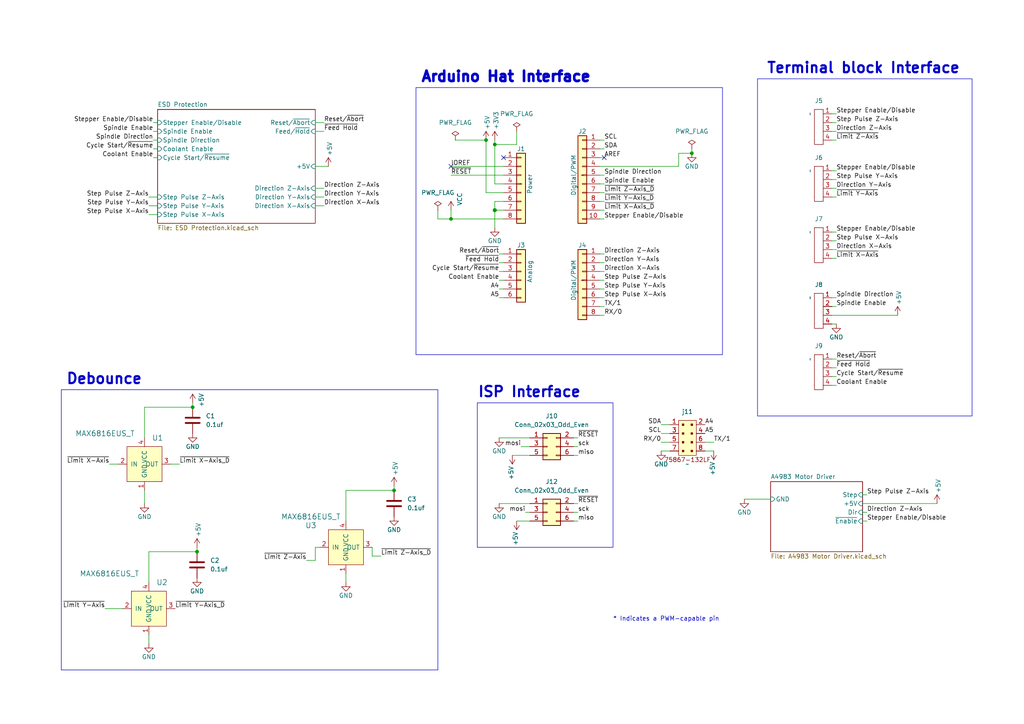
<source format=kicad_sch>
(kicad_sch (version 20230121) (generator eeschema)
  (paper "A4")
  (title_block (date "mar. 31 mars 2015"))
  (lib_symbols
    (symbol "Connector_Generic:Conn_01x06" (pin_names (offset 1.016) hide)
      (property "Reference" "J" (at 0 7.62 0))
      (property "Value" "Conn_01x06" (at 0 -10.16 0))
      (symbol "Conn_01x06_1_1"
        (rectangle (start -1.27 -7.493) (end 0 -7.747) (stroke (width 0.1524)))
        (rectangle (start -1.27 -4.953) (end 0 -5.207) (stroke (width 0.1524)))
        (rectangle (start -1.27 -2.413) (end 0 -2.667) (stroke (width 0.1524)))
        (rectangle (start -1.27 0.127) (end 0 -0.127) (stroke (width 0.1524)))
        (rectangle (start -1.27 2.667) (end 0 2.413) (stroke (width 0.1524)))
        (rectangle (start -1.27 5.207) (end 0 4.953) (stroke (width 0.1524)))
        (rectangle (start -1.27 6.35) (end 1.27 -8.89) (stroke (width 0.254)) (fill (type background)))
        (pin passive line (at -5.08 5.08 0) (length 3.81) (name "Pin_1") (number "1"))
        (pin passive line (at -5.08 2.54 0) (length 3.81) (name "Pin_2") (number "2"))
        (pin passive line (at -5.08 0 0) (length 3.81) (name "Pin_3") (number "3"))
        (pin passive line (at -5.08 -2.54 0) (length 3.81) (name "Pin_4") (number "4"))
        (pin passive line (at -5.08 -5.08 0) (length 3.81) (name "Pin_5") (number "5"))
        (pin passive line (at -5.08 -7.62 0) (length 3.81) (name "Pin_6") (number "6"))
      )
    )
    (symbol "Connector_Generic:Conn_01x08" (pin_names (offset 1.016) hide)
      (property "Reference" "J" (at 0 10.16 0))
      (property "Value" "Conn_01x08" (at 0 -12.7 0))
      (symbol "Conn_01x08_1_1"
        (rectangle (start -1.27 -10.033) (end 0 -10.287) (stroke (width 0.1524)))
        (rectangle (start -1.27 -7.493) (end 0 -7.747) (stroke (width 0.1524)))
        (rectangle (start -1.27 -4.953) (end 0 -5.207) (stroke (width 0.1524)))
        (rectangle (start -1.27 -2.413) (end 0 -2.667) (stroke (width 0.1524)))
        (rectangle (start -1.27 0.127) (end 0 -0.127) (stroke (width 0.1524)))
        (rectangle (start -1.27 2.667) (end 0 2.413) (stroke (width 0.1524)))
        (rectangle (start -1.27 5.207) (end 0 4.953) (stroke (width 0.1524)))
        (rectangle (start -1.27 7.747) (end 0 7.493) (stroke (width 0.1524)))
        (rectangle (start -1.27 8.89) (end 1.27 -11.43) (stroke (width 0.254)) (fill (type background)))
        (pin passive line (at -5.08 7.62 0) (length 3.81) (name "Pin_1") (number "1"))
        (pin passive line (at -5.08 5.08 0) (length 3.81) (name "Pin_2") (number "2"))
        (pin passive line (at -5.08 2.54 0) (length 3.81) (name "Pin_3") (number "3"))
        (pin passive line (at -5.08 0 0) (length 3.81) (name "Pin_4") (number "4"))
        (pin passive line (at -5.08 -2.54 0) (length 3.81) (name "Pin_5") (number "5"))
        (pin passive line (at -5.08 -5.08 0) (length 3.81) (name "Pin_6") (number "6"))
        (pin passive line (at -5.08 -7.62 0) (length 3.81) (name "Pin_7") (number "7"))
        (pin passive line (at -5.08 -10.16 0) (length 3.81) (name "Pin_8") (number "8"))
      )
    )
    (symbol "Connector_Generic:Conn_01x10" (pin_names (offset 1.016) hide)
      (property "Reference" "J" (at 0 12.7 0))
      (property "Value" "Conn_01x10" (at 0 -15.24 0))
      (symbol "Conn_01x10_1_1"
        (rectangle (start -1.27 -12.573) (end 0 -12.827) (stroke (width 0.1524)))
        (rectangle (start -1.27 -10.033) (end 0 -10.287) (stroke (width 0.1524)))
        (rectangle (start -1.27 -7.493) (end 0 -7.747) (stroke (width 0.1524)))
        (rectangle (start -1.27 -4.953) (end 0 -5.207) (stroke (width 0.1524)))
        (rectangle (start -1.27 -2.413) (end 0 -2.667) (stroke (width 0.1524)))
        (rectangle (start -1.27 0.127) (end 0 -0.127) (stroke (width 0.1524)))
        (rectangle (start -1.27 2.667) (end 0 2.413) (stroke (width 0.1524)))
        (rectangle (start -1.27 5.207) (end 0 4.953) (stroke (width 0.1524)))
        (rectangle (start -1.27 7.747) (end 0 7.493) (stroke (width 0.1524)))
        (rectangle (start -1.27 10.287) (end 0 10.033) (stroke (width 0.1524)))
        (rectangle (start -1.27 11.43) (end 1.27 -13.97) (stroke (width 0.254)) (fill (type background)))
        (pin passive line (at -5.08 10.16 0) (length 3.81) (name "Pin_1") (number "1"))
        (pin passive line (at -5.08 -12.7 0) (length 3.81) (name "Pin_10") (number "10"))
        (pin passive line (at -5.08 7.62 0) (length 3.81) (name "Pin_2") (number "2"))
        (pin passive line (at -5.08 5.08 0) (length 3.81) (name "Pin_3") (number "3"))
        (pin passive line (at -5.08 2.54 0) (length 3.81) (name "Pin_4") (number "4"))
        (pin passive line (at -5.08 0 0) (length 3.81) (name "Pin_5") (number "5"))
        (pin passive line (at -5.08 -2.54 0) (length 3.81) (name "Pin_6") (number "6"))
        (pin passive line (at -5.08 -5.08 0) (length 3.81) (name "Pin_7") (number "7"))
        (pin passive line (at -5.08 -7.62 0) (length 3.81) (name "Pin_8") (number "8"))
        (pin passive line (at -5.08 -10.16 0) (length 3.81) (name "Pin_9") (number "9"))
      )
    )
    (symbol "Connector_Generic:Conn_02x03_Odd_Even" (pin_names (offset 1.016) hide)
      (property "Reference" "J" (at 1.27 5.08 0))
      (property "Value" "Conn_02x03_Odd_Even" (at 1.27 -5.08 0))
      (symbol "Conn_02x03_Odd_Even_1_1"
        (rectangle (start -1.27 -2.413) (end 0 -2.667) (stroke (width 0.1524)))
        (rectangle (start -1.27 0.127) (end 0 -0.127) (stroke (width 0.1524)))
        (rectangle (start -1.27 2.667) (end 0 2.413) (stroke (width 0.1524)))
        (rectangle (start -1.27 3.81) (end 3.81 -3.81) (stroke (width 0.254)) (fill (type background)))
        (rectangle (start 3.81 -2.413) (end 2.54 -2.667) (stroke (width 0.1524)))
        (rectangle (start 3.81 0.127) (end 2.54 -0.127) (stroke (width 0.1524)))
        (rectangle (start 3.81 2.667) (end 2.54 2.413) (stroke (width 0.1524)))
        (pin passive line (at -5.08 2.54 0) (length 3.81) (name "Pin_1") (number "1"))
        (pin passive line (at 7.62 2.54 180) (length 3.81) (name "Pin_2") (number "2"))
        (pin passive line (at -5.08 0 0) (length 3.81) (name "Pin_3") (number "3"))
        (pin passive line (at 7.62 0 180) (length 3.81) (name "Pin_4") (number "4"))
        (pin passive line (at -5.08 -2.54 0) (length 3.81) (name "Pin_5") (number "5"))
        (pin passive line (at 7.62 -2.54 180) (length 3.81) (name "Pin_6") (number "6"))
      )
    )
    (symbol "Device:C" (pin_numbers hide) (pin_names (offset 0.254))
      (property "Reference" "C" (at 0.635 2.54 0))
      (property "Value" "C" (at 0.635 -2.54 0))
      (symbol "C_0_1"
        (polyline (pts (xy -2.032 -0.762) (xy 2.032 -0.762)) (stroke (width 0.508)))
        (polyline (pts (xy -2.032 0.762) (xy 2.032 0.762)) (stroke (width 0.508)))
      )
      (symbol "C_1_1"
        (pin passive line (at 0 3.81 270) (length 2.794) (name "~") (number "1"))
        (pin passive line (at 0 -3.81 90) (length 2.794) (name "~") (number "2"))
      )
    )
    (symbol "dk_Interface-Specialized:MAX6816EUS_T" (pin_names (offset 1.016))
      (property "Reference" "U" (at -5.08 1.016 0))
      (property "Value" "MAX6816EUS_T" (at 0.762 -11.176 0))
      (symbol "MAX6816EUS_T_0_1"
        (rectangle (start -5.08 0) (end 5.08 -10.16) (fill (type background)))
      )
      (symbol "MAX6816EUS_T_1_1"
        (pin power_in line (at 0 -12.7 90) (length 2.54) (name "GND") (number "1"))
        (pin input line (at -7.62 -5.08 0) (length 2.54) (name "IN") (number "2"))
        (pin output line (at 7.62 -5.08 180) (length 2.54) (name "OUT") (number "3"))
        (pin power_in line (at 0 2.54 270) (length 2.54) (name "VCC") (number "4"))
      )
    )
    (symbol "dk_Rectangular-Connectors-Headers-Male-Pins:75867-132LF"
      (property "Reference" "j" (at -2.54 7.62 0))
      (symbol "75867-132LF_0_0"
        (text "75867-132LF" (at 0 -6.35 0) (effects (font (size 1.27 1.27))))
      )
      (symbol "75867-132LF_1_1"
        (rectangle (start -2.54 5.08) (end 2.54 -5.08) (fill (type background)))
        (rectangle (start -1.524 -3.556) (end -1.016 -4.064) (fill (type outline)))
        (rectangle (start -1.524 -1.016) (end -1.016 -1.524) (fill (type outline)))
        (rectangle (start -1.524 1.524) (end -1.016 1.016) (fill (type outline)))
        (rectangle (start -1.524 4.064) (end -1.016 3.556) (fill (type outline)))
        (rectangle (start 1.016 -3.556) (end 1.524 -4.064) (fill (type outline)))
        (rectangle (start 1.016 -1.016) (end 1.524 -1.524) (fill (type outline)))
        (rectangle (start 1.016 1.524) (end 1.524 1.016) (fill (type outline)))
        (rectangle (start 1.016 4.064) (end 1.524 3.556) (fill (type outline)))
        (pin passive line (at -5.08 3.81 0) (length 2.54) (name "~") (number "1"))
        (pin passive line (at 5.08 3.81 180) (length 2.54) (name "~") (number "2"))
        (pin passive line (at -5.08 1.27 0) (length 2.54) (name "~") (number "3"))
        (pin passive line (at 5.08 1.27 180) (length 2.54) (name "~") (number "4"))
        (pin passive line (at -5.08 -1.27 0) (length 2.54) (name "~") (number "5"))
        (pin passive line (at 5.08 -1.27 180) (length 2.54) (name "~") (number "6"))
        (pin passive line (at -5.08 -3.81 0) (length 2.54) (name "~") (number "7"))
        (pin passive line (at 5.08 -3.81 180) (length 2.54) (name "~") (number "8"))
      )
    )
    (symbol "dk_Terminal-Blocks-Wire-to-Board:OSTOQ043251"
      (property "Reference" "J" (at -3.81 -2.54 0))
      (symbol "OSTOQ043251_0_1"
        (rectangle (start -5.08 1.27) (end -5.08 -1.27))
        (rectangle (start -5.08 1.27) (end 3.81 1.27))
        (polyline (pts (xy 3.81 1.27) (xy 5.08 1.27) (xy 5.08 -1.27) (xy 3.81 -1.27)))
      )
      (symbol "OSTOQ043251_1_1"
        (rectangle (start -5.08 -1.27) (end 3.81 -1.27))
        (pin passive line (at -3.81 3.81 270) (length 2.54) (name "") (number "1"))
        (pin passive line (at -1.27 3.81 270) (length 2.54) (name "") (number "2"))
        (pin passive line (at 1.27 3.81 270) (length 2.54) (name "") (number "3"))
        (pin passive line (at 3.81 3.81 270) (length 2.54) (name "") (number "4"))
      )
    )
    (symbol "power:+3V3" (power) (pin_names (offset 0))
      (property "Value" "+3V3" (at 0 3.556 0))
      (symbol "+3V3_0_1"
        (polyline (pts (xy -0.762 1.27) (xy 0 2.54)))
        (polyline (pts (xy 0 0) (xy 0 2.54)))
        (polyline (pts (xy 0 2.54) (xy 0.762 1.27)))
      )
      (symbol "+3V3_1_1"
        (pin power_in line (at 0 0 90) (length 0) hide (name "+3V3") (number "1"))
      )
    )
    (symbol "power:+5V" (power) (pin_names (offset 0))
      (property "Value" "+5V" (at 0 3.556 0))
      (symbol "+5V_0_1"
        (polyline (pts (xy -0.762 1.27) (xy 0 2.54)))
        (polyline (pts (xy 0 0) (xy 0 2.54)))
        (polyline (pts (xy 0 2.54) (xy 0.762 1.27)))
      )
      (symbol "+5V_1_1"
        (pin power_in line (at 0 0 90) (length 0) hide (name "+5V") (number "1"))
      )
    )
    (symbol "power:GND" (power) (pin_names (offset 0))
      (property "Value" "GND" (at 0 -3.81 0))
      (symbol "GND_0_1"
        (polyline (pts (xy 0 0) (xy 0 -1.27) (xy 1.27 -1.27) (xy 0 -2.54) (xy -1.27 -1.27) (xy 0 -1.27)))
      )
      (symbol "GND_1_1"
        (pin power_in line (at 0 0 270) (length 0) hide (name "GND") (number "1"))
      )
    )
    (symbol "power:PWR_FLAG" (power) (pin_numbers hide) (pin_names (offset 0) hide)
      (property "Value" "PWR_FLAG" (at 0 3.81 0))
      (symbol "PWR_FLAG_0_0"
        (pin power_out line (at 0 0 90) (length 0) (name "pwr") (number "1"))
      )
      (symbol "PWR_FLAG_0_1"
        (polyline (pts (xy 0 0) (xy 0 1.27) (xy -1.016 1.905) (xy 0 2.54) (xy 1.016 1.905) (xy 0 1.27)))
      )
    )
    (symbol "power:VCC" (power) (pin_names (offset 0))
      (property "Value" "VCC" (at 0 3.81 0))
      (symbol "VCC_0_1"
        (polyline (pts (xy -0.762 1.27) (xy 0 2.54)))
        (polyline (pts (xy 0 0) (xy 0 2.54)))
        (polyline (pts (xy 0 2.54) (xy 0.762 1.27)))
      )
      (symbol "VCC_1_1"
        (pin power_in line (at 0 0 90) (length 0) hide (name "VCC") (number "1"))
      )
    )
  )
  (junction (at 130.81 63.5))
  (junction (at 143.51 60.96) (diameter 1.016))
  (junction (at 55.88 118.11))
  (junction (at 200.66 44.45))
  (junction (at 143.51 41.91))
  (junction (at 140.97 40.64))
  (junction (at 57.15 160.02))
  (junction (at 114.3 142.24))
  (no_connect (at 175.26 45.72))
  (no_connect (at 130.81 48.26))
  (no_connect (at 146.05 45.72))
  (wire (pts (xy 100.33 166.37) (xy 100.33 168.91)))
  (wire (pts (xy 196.85 48.26) (xy 173.99 48.26)))
  (wire (pts (xy 173.99 58.42) (xy 175.26 58.42)))
  (wire (pts (xy 242.57 52.07) (xy 241.3 52.07)))
  (wire (pts (xy 173.99 40.64) (xy 175.26 40.64)))
  (wire (pts (xy 143.51 41.91) (xy 143.51 53.34)))
  (wire (pts (xy 43.18 168.91) (xy 43.18 160.02)))
  (wire (pts (xy 167.64 127) (xy 166.37 127)))
  (wire (pts (xy 44.45 38.1) (xy 45.72 38.1)))
  (wire (pts (xy 173.99 86.36) (xy 175.26 86.36)))
  (wire (pts (xy 200.66 43.18) (xy 200.66 44.45)))
  (wire (pts (xy 215.9 144.78) (xy 223.52 144.78)))
  (wire (pts (xy 93.98 57.15) (xy 91.44 57.15)))
  (wire (pts (xy 143.51 58.42) (xy 143.51 60.96)))
  (wire (pts (xy 173.99 50.8) (xy 175.26 50.8)))
  (wire (pts (xy 250.19 143.51) (xy 251.46 143.51)))
  (wire (pts (xy 127 63.5) (xy 127 60.96)))
  (wire (pts (xy 144.78 86.36) (xy 146.05 86.36)))
  (wire (pts (xy 91.44 54.61) (xy 93.98 54.61)))
  (wire (pts (xy 132.08 40.64) (xy 140.97 40.64)))
  (wire (pts (xy 52.07 134.62) (xy 49.53 134.62)))
  (wire (pts (xy 144.78 127) (xy 153.67 127)))
  (wire (pts (xy 100.33 142.24) (xy 114.3 142.24)))
  (wire (pts (xy 173.99 73.66) (xy 175.26 73.66)))
  (wire (pts (xy 143.51 60.96) (xy 143.51 66.04)))
  (wire (pts (xy 143.51 53.34) (xy 146.05 53.34)))
  (wire (pts (xy 250.19 151.13) (xy 251.46 151.13)))
  (wire (pts (xy 140.97 55.88) (xy 146.05 55.88)))
  (wire (pts (xy 242.57 54.61) (xy 241.3 54.61)))
  (wire (pts (xy 140.97 40.64) (xy 140.97 55.88)))
  (wire (pts (xy 242.57 69.85) (xy 241.3 69.85)))
  (wire (pts (xy 91.44 162.56) (xy 91.44 158.75)))
  (wire (pts (xy 143.51 40.64) (xy 143.51 41.91)))
  (wire (pts (xy 173.99 76.2) (xy 175.26 76.2)))
  (wire (pts (xy 191.77 130.81) (xy 194.31 130.81)))
  (wire (pts (xy 91.44 162.56) (xy 88.9 162.56)))
  (wire (pts (xy 41.91 127) (xy 41.91 118.11)))
  (wire (pts (xy 173.99 53.34) (xy 175.26 53.34)))
  (wire (pts (xy 93.98 59.69) (xy 91.44 59.69)))
  (wire (pts (xy 91.44 35.56) (xy 93.98 35.56)))
  (wire (pts (xy 167.64 132.08) (xy 166.37 132.08)))
  (wire (pts (xy 148.59 132.08) (xy 153.67 132.08)))
  (wire (pts (xy 91.44 38.1) (xy 93.98 38.1)))
  (wire (pts (xy 43.18 184.15) (xy 43.18 186.69)))
  (wire (pts (xy 43.18 160.02) (xy 57.15 160.02)))
  (wire (pts (xy 44.45 35.56) (xy 45.72 35.56)))
  (wire (pts (xy 173.99 60.96) (xy 175.26 60.96)))
  (wire (pts (xy 167.64 151.13) (xy 166.37 151.13)))
  (wire (pts (xy 173.99 91.44) (xy 175.26 91.44)))
  (wire (pts (xy 55.88 118.11) (xy 55.88 116.84)))
  (wire (pts (xy 242.57 86.36) (xy 241.3 86.36)))
  (wire (pts (xy 41.91 142.24) (xy 41.91 146.05)))
  (wire (pts (xy 149.86 41.91) (xy 149.86 38.1)))
  (wire (pts (xy 204.47 130.81) (xy 207.01 130.81)))
  (wire (pts (xy 242.57 88.9) (xy 241.3 88.9)))
  (wire (pts (xy 191.77 125.73) (xy 194.31 125.73)))
  (wire (pts (xy 130.81 48.26) (xy 146.05 48.26)))
  (wire (pts (xy 41.91 118.11) (xy 55.88 118.11)))
  (wire (pts (xy 167.64 129.54) (xy 166.37 129.54)))
  (wire (pts (xy 44.45 45.72) (xy 45.72 45.72)))
  (wire (pts (xy 250.19 148.59) (xy 251.46 148.59)))
  (wire (pts (xy 114.3 142.24) (xy 114.3 140.97)))
  (wire (pts (xy 242.57 106.68) (xy 241.3 106.68)))
  (wire (pts (xy 110.49 161.29) (xy 107.95 161.29)))
  (wire (pts (xy 34.29 134.62) (xy 31.75 134.62)))
  (wire (pts (xy 173.99 45.72) (xy 175.26 45.72)))
  (wire (pts (xy 144.78 73.66) (xy 146.05 73.66)))
  (wire (pts (xy 144.78 146.05) (xy 153.67 146.05)))
  (wire (pts (xy 151.13 129.54) (xy 153.67 129.54)))
  (wire (pts (xy 242.57 49.53) (xy 241.3 49.53)))
  (wire (pts (xy 191.77 128.27) (xy 194.31 128.27)))
  (wire (pts (xy 196.85 44.45) (xy 196.85 48.26)))
  (wire (pts (xy 242.57 111.76) (xy 241.3 111.76)))
  (wire (pts (xy 242.57 40.64) (xy 241.3 40.64)))
  (wire (pts (xy 130.81 50.8) (xy 146.05 50.8)))
  (wire (pts (xy 35.56 176.53) (xy 30.48 176.53)))
  (wire (pts (xy 146.05 60.96) (xy 143.51 60.96)))
  (wire (pts (xy 242.57 72.39) (xy 241.3 72.39)))
  (wire (pts (xy 242.57 38.1) (xy 241.3 38.1)))
  (wire (pts (xy 43.18 59.69) (xy 45.72 59.69)))
  (wire (pts (xy 146.05 63.5) (xy 130.81 63.5)))
  (wire (pts (xy 242.57 35.56) (xy 241.3 35.56)))
  (wire (pts (xy 144.78 76.2) (xy 146.05 76.2)))
  (wire (pts (xy 242.57 74.93) (xy 241.3 74.93)))
  (wire (pts (xy 207.01 128.27) (xy 204.47 128.27)))
  (wire (pts (xy 57.15 160.02) (xy 57.15 158.75)))
  (wire (pts (xy 44.45 40.64) (xy 45.72 40.64)))
  (wire (pts (xy 144.78 78.74) (xy 146.05 78.74)))
  (wire (pts (xy 149.86 151.13) (xy 153.67 151.13)))
  (wire (pts (xy 127 63.5) (xy 130.81 63.5)))
  (wire (pts (xy 173.99 88.9) (xy 175.26 88.9)))
  (wire (pts (xy 196.85 44.45) (xy 200.66 44.45)))
  (wire (pts (xy 242.57 67.31) (xy 241.3 67.31)))
  (wire (pts (xy 191.77 123.19) (xy 194.31 123.19)))
  (wire (pts (xy 146.05 58.42) (xy 143.51 58.42)))
  (wire (pts (xy 173.99 78.74) (xy 175.26 78.74)))
  (wire (pts (xy 260.35 91.44) (xy 241.3 91.44)))
  (wire (pts (xy 173.99 81.28) (xy 175.26 81.28)))
  (wire (pts (xy 242.57 104.14) (xy 241.3 104.14)))
  (wire (pts (xy 152.4 148.59) (xy 153.67 148.59)))
  (wire (pts (xy 241.3 33.02) (xy 242.57 33.02)))
  (wire (pts (xy 144.78 81.28) (xy 146.05 81.28)))
  (wire (pts (xy 143.51 41.91) (xy 149.86 41.91)))
  (wire (pts (xy 242.57 93.98) (xy 241.3 93.98)))
  (wire (pts (xy 167.64 148.59) (xy 166.37 148.59)))
  (wire (pts (xy 175.26 55.88) (xy 173.99 55.88)))
  (wire (pts (xy 100.33 151.13) (xy 100.33 142.24)))
  (wire (pts (xy 250.19 146.05) (xy 271.78 146.05)))
  (wire (pts (xy 43.18 62.23) (xy 45.72 62.23)))
  (wire (pts (xy 44.45 43.18) (xy 45.72 43.18)))
  (wire (pts (xy 173.99 43.18) (xy 175.26 43.18)))
  (wire (pts (xy 91.44 158.75) (xy 92.71 158.75)))
  (wire (pts (xy 107.95 161.29) (xy 107.95 158.75)))
  (wire (pts (xy 242.57 57.15) (xy 241.3 57.15)))
  (wire (pts (xy 173.99 83.82) (xy 175.26 83.82)))
  (wire (pts (xy 130.81 63.5) (xy 130.81 60.96)))
  (wire (pts (xy 91.44 48.26) (xy 95.25 48.26)))
  (wire (pts (xy 167.64 146.05) (xy 166.37 146.05)))
  (wire (pts (xy 242.57 109.22) (xy 241.3 109.22)))
  (wire (pts (xy 146.05 83.82) (xy 144.78 83.82)))
  (wire (pts (xy 43.18 57.15) (xy 45.72 57.15)))
  (wire (pts (xy 173.99 63.5) (xy 175.26 63.5)))
  (rectangle (start 219.71 22.86) (end 281.94 120.65))
  (rectangle (start 138.43 116.84) (end 177.8 158.75))
  (rectangle (start 17.78 113.03) (end 127 194.31))
  (rectangle (start 120.65 25.4) (end 209.55 102.87))
  (text "ISP Interface" (at 138.43 115.57 0) (effects (font (size 3 3) (thickness 0.6) bold) (justify left bottom)))
  (text "Terminal block Interface" (at 222.25 21.59 0) (effects (font (size 3 3) (thickness 0.6) bold) (justify left bottom)))
  (text "Debounce \n" (at 19.05 111.76 0) (effects (font (size 3 3) (thickness 0.6) bold) (justify left bottom)))
  (text "* Indicates a PWM-capable pin" (at 177.8 180.34 0) (effects (font (size 1.27 1.27)) (justify left bottom)))
  (text "Arduino Hat Interface\n" (at 121.92 24.13 0) (effects (font (size 3 3) (thickness 1) bold) (justify left bottom)))
  (label "RX{slash}0" (at 175.26 91.44 0))
  (label "Direction Y-Axis" (at 93.98 57.15 0))
  (label "Spindle Enable" (at 44.45 38.1 180))
  (label "~{Limit Y-Axis}" (at 30.48 176.53 180))
  (label "Cycle Start{slash}~{Resume}" (at 144.78 78.74 180))
  (label "Step Pulse Z-Axis" (at 175.26 81.28 0))
  (label "Direction Z-Axis" (at 242.57 38.1 0))
  (label "Step Pulse Z-Axis" (at 251.46 143.51 0))
  (label "TX{slash}1" (at 207.01 128.27 0))
  (label "Step Pulse X-Axis" (at 175.26 86.36 0))
  (label "Spindle Direction" (at 242.57 86.36 0))
  (label "Coolant Enable" (at 144.78 81.28 180))
  (label "Step Pulse X-Axis" (at 242.57 69.85 0))
  (label "~{Limit Y-Axis_D}" (at 50.8 176.53 0))
  (label "Spindle Direction" (at 175.26 50.8 0))
  (label "miso" (at 167.64 151.13 0))
  (label "Spindle Enable" (at 175.26 53.34 0))
  (label "Step Pulse X-Axis" (at 43.18 62.23 180))
  (label "SCL" (at 191.77 125.73 180))
  (label "~{RESET}" (at 130.81 50.8 0))
  (label "sck" (at 167.64 129.54 0))
  (label "~{Limit X-Axis}" (at 242.57 74.93 0))
  (label "Stepper Enable{slash}Disable" (at 242.57 33.02 0))
  (label "Coolant Enable" (at 242.57 111.76 0))
  (label "~{Limit Y-Axis_D}" (at 175.26 58.42 0))
  (label "Cycle Start{slash}~{Resume}" (at 44.45 43.18 180))
  (label "Direction X-Axis" (at 93.98 59.69 0))
  (label "~{Feed Hold}" (at 93.98 38.1 0))
  (label "mosi" (at 151.13 129.54 180))
  (label "Stepper Enable{slash}Disable" (at 242.57 49.53 0))
  (label "~{Limit Z-Axis}" (at 242.57 40.64 0))
  (label "sck" (at 167.64 148.59 0))
  (label "Step Pulse Y-Axis" (at 43.18 59.69 180))
  (label "Coolant Enable" (at 44.45 45.72 180))
  (label "Cycle Start{slash}~{Resume}" (at 242.57 109.22 0))
  (label "Direction Y-Axis" (at 242.57 54.61 0))
  (label "Direction Z-Axis" (at 175.26 73.66 0))
  (label "SDA" (at 175.26 43.18 0))
  (label "A4" (at 204.47 123.19 0))
  (label "Stepper Enable{slash}Disable" (at 175.26 63.5 0))
  (label "A5" (at 204.47 125.73 0))
  (label "Direction X-Axis" (at 242.57 72.39 0))
  (label "~{Limit X-Axis}" (at 31.75 134.62 180))
  (label "~{Limit Z-Axis_D}" (at 175.26 55.88 0))
  (label "Stepper Enable{slash}Disable" (at 242.57 67.31 0))
  (label "Step Pulse Y-Axis" (at 175.26 83.82 0))
  (label "Spindle Enable" (at 242.57 88.9 0))
  (label "Spindle Direction" (at 44.45 40.64 180))
  (label "~{Feed Hold}" (at 242.57 106.68 0))
  (label "~{Feed Hold}" (at 144.78 76.2 180))
  (label "TX{slash}1" (at 175.26 88.9 0))
  (label "~{Limit X-Axis_D}" (at 52.07 134.62 0))
  (label "~{RESET}" (at 167.64 146.05 0))
  (label "Reset{slash}~{Abort}" (at 144.78 73.66 180))
  (label "AREF" (at 175.26 45.72 0))
  (label "Step Pulse Z-Axis" (at 242.57 35.56 0))
  (label "Direction Y-Axis" (at 175.26 76.2 0))
  (label "mosi" (at 152.4 148.59 180))
  (label "SCL" (at 175.26 40.64 0))
  (label "~{Limit X-Axis_D}" (at 175.26 60.96 0))
  (label "Stepper Enable{slash}Disable" (at 44.45 35.56 180))
  (label "Direction X-Axis" (at 175.26 78.74 0))
  (label "Step Pulse Y-Axis" (at 242.57 52.07 0))
  (label "IOREF" (at 130.81 48.26 0))
  (label "Reset{slash}~{Abort}" (at 242.57 104.14 0))
  (label "~{RESET}" (at 167.64 127 0))
  (label "~{Limit Z-Axis}" (at 88.9 162.56 180))
  (label "Stepper Enable{slash}Disable" (at 251.46 151.13 0))
  (label "Direction Z-Axis" (at 93.98 54.61 0))
  (label "Step Pulse Z-Axis" (at 43.18 57.15 180))
  (label "A4" (at 144.78 83.82 180))
  (label "A5" (at 144.78 86.36 180))
  (label "Direction Z-Axis" (at 251.46 148.59 0))
  (label "RX{slash}0" (at 191.77 128.27 180))
  (label "Reset{slash}~{Abort}" (at 93.98 35.56 0))
  (label "~{Limit Y-Axis}" (at 242.57 57.15 0))
  (label "miso" (at 167.64 132.08 0))
  (label "SDA" (at 191.77 123.19 180))
  (label "~{Limit Z-Axis_D}" (at 110.49 161.29 0))
  (symbol (lib_id "Connector_Generic:Conn_01x08") (at 151.13 53.34 0) (unit 1)
    (property "Reference" "J1" (at 151.13 43.18 0))
    (property "Value" "Power" (at 153.67 53.34 90))
    (property "Footprint" "Connector_PinHeader_2.54mm:PinHeader_1x08_P2.54mm_Vertical_SMD_Pin1Left" (effects hide))
    (property "Datasheet" "~" (at 151.13 53.34 0))
  )
  (symbol (lib_id "power:+3V3") (at 143.51 40.64 0) (unit 1)
    (property "Reference" "#PWR03" (effects hide))
    (property "Value" "+3.3V" (at 143.891 37.592 90) (effects (justify left)))
  )
  (symbol (lib_id "power:+5V") (at 140.97 40.64 0) (unit 1)
    (property "Reference" "#PWR02" (effects hide))
    (property "Value" "+5V" (at 141.3256 37.592 90) (effects (justify left)))
  )
  (symbol (lib_id "power:GND") (at 143.51 66.04 0) (unit 1)
    (property "Reference" "#PWR04" (effects hide))
    (property "Value" "GND" (at 143.51 69.85 0))
  )
  (symbol (lib_id "Connector_Generic:Conn_01x10") (at 168.91 50.8 0) (mirror y) (unit 1)
    (property "Reference" "J2" (at 168.91 38.1 0))
    (property "Value" "Digital/PWM" (at 166.37 50.8 90))
    (property "Footprint" "Connector_PinHeader_2.54mm:PinHeader_1x10_P2.54mm_Vertical_SMD_Pin1Right" (effects hide))
    (property "Datasheet" "~" (at 168.91 50.8 0))
  )
  (symbol (lib_id "power:GND") (at 200.66 44.45 0) (unit 1)
    (property "Reference" "#PWR05" (effects hide))
    (property "Value" "GND" (at 200.66 48.26 0))
  )
  (symbol (lib_id "Connector_Generic:Conn_01x06") (at 151.13 78.74 0) (unit 1)
    (property "Reference" "J3" (at 151.13 71.12 0))
    (property "Value" "Analog" (at 153.67 78.74 90))
    (property "Footprint" "Connector_PinHeader_2.54mm:PinHeader_1x06_P2.54mm_Vertical_SMD_Pin1Left" (effects hide))
  )
  (symbol (lib_id "Connector_Generic:Conn_01x08") (at 168.91 81.28 0) (mirror y) (unit 1)
    (property "Reference" "J4" (at 168.91 71.12 0))
    (property "Value" "Digital/PWM" (at 166.37 81.28 90))
    (property "Footprint" "Connector_PinHeader_2.54mm:PinHeader_1x08_P2.54mm_Vertical_SMD_Pin1Left" (effects hide))
    (property "Datasheet" "~" (at 168.91 81.28 0))
  )
  (symbol (lib_id "dk_Interface-Specialized:MAX6816EUS_T") (at 43.18 171.45 0) (unit 1)
    (property "Reference" "U2" (at 46.99 168.91 0) (effects (font (size 1.524 1.524))))
    (property "Value" "MAX6816EUS_T" (at 31.75 166.37 0) (effects (font (size 1.524 1.524))))
    (property "Footprint" "digikey-footprints:SOT-143-4" (effects hide))
    (property "Datasheet" "https://datasheets.maximintegrated.com/en/ds/MAX6816-MAX6818.pdf" (effects hide))
    (property "Digi-Key_PN" "MAX6816EUS+TCT-ND" (effects hide))
    (property "MPN" "MAX6816EUS+T" (effects hide))
    (property "Category" "Integrated Circuits (ICs)" (effects hide))
    (property "Family" "Interface - Specialized" (effects hide))
    (property "DK_Datasheet_Link" "https://datasheets.maximintegrated.com/en/ds/MAX6816-MAX6818.pdf" (effects hide))
    (property "DK_Detail_Page" "/product-detail/en/maxim-integrated/MAX6816EUS-T/MAX6816EUS-TCT-ND/774155" (effects hide))
    (property "Description" "IC DEBOUNCER SWITCH SGL SOT143-4" (effects hide))
    (property "Manufacturer" "Maxim Integrated" (effects hide))
    (property "Status" "Active" (effects hide))
  )
  (symbol (lib_id "power:GND") (at 57.15 167.64 0) (unit 1)
    (property "Reference" "#PWR013" (effects hide))
    (property "Value" "GND" (at 57.15 171.45 0))
  )
  (symbol (lib_id "power:GND") (at 55.88 125.73 0) (unit 1)
    (property "Reference" "#PWR010" (effects hide))
    (property "Value" "GND" (at 55.88 129.54 0))
  )
  (symbol (lib_id "Connector_Generic:Conn_02x03_Odd_Even") (at 158.75 148.59 0) (unit 1)
    (property "Reference" "J12" (at 160.02 139.7 0))
    (property "Value" "Conn_02x03_Odd_Even" (at 160.02 142.24 0))
    (property "Footprint" "Connector_PinHeader_2.54mm:PinHeader_2x03_P2.54mm_Vertical" (effects hide))
  )
  (symbol (lib_id "Device:C") (at 57.15 163.83 0) (unit 1)
    (property "Reference" "C2" (at 60.96 162.56 0) (effects (justify left)))
    (property "Value" "0.1uf" (at 60.96 165.1 0) (effects (justify left)))
    (property "Footprint" "Capacitor_SMD:C_0603_1608Metric_Pad1.08x0.95mm_HandSolder" (effects hide))
  )
  (symbol (lib_id "dk_Rectangular-Connectors-Headers-Male-Pins:75867-132LF") (at 199.39 127 0) (unit 1)
    (property "Reference" "j11" (at 199.39 119.38 0))
    (property "Value" "~" (at 199.39 134.62 0))
    (property "Footprint" "digikey-footprints:PinHeader_2x4_P2.54mm_Shrouded" (effects hide))
  )
  (symbol (lib_id "power:GND") (at 41.91 146.05 0) (unit 1)
    (property "Reference" "#PWR08" (effects hide))
    (property "Value" "GND" (at 41.91 149.86 0))
  )
  (symbol (lib_id "power:+5V") (at 207.01 130.81 180) (unit 1)
    (property "Reference" "#PWR031" (effects hide))
    (property "Value" "+5V" (at 206.6544 133.858 90) (effects (justify left)))
  )
  (symbol (lib_id "Device:C") (at 114.3 146.05 0) (unit 1)
    (property "Reference" "C3" (at 118.11 144.78 0) (effects (justify left)))
    (property "Value" "0.1uf" (at 118.11 147.32 0) (effects (justify left)))
    (property "Footprint" "Capacitor_SMD:C_0603_1608Metric_Pad1.08x0.95mm_HandSolder" (effects hide))
  )
  (symbol (lib_id "dk_Terminal-Blocks-Wire-to-Board:OSTOQ043251") (at 237.49 71.12 270) (unit 1)
    (property "Reference" "J7" (at 237.49 63.5 90))
    (property "Value" "~" (at 234.95 67.31 0))
    (property "Footprint" "digikey-footprints:Term_Block_1X4_P3.18mm" (effects hide))
  )
  (symbol (lib_id "power:VCC") (at 130.81 60.96 0) (unit 1)
    (property "Reference" "#PWR01" (effects hide))
    (property "Value" "VCC" (at 133.35 59.69 90) (effects (justify left)))
  )
  (symbol (lib_id "power:+5V") (at 271.78 146.05 0) (unit 1)
    (property "Reference" "#PWR036" (effects hide))
    (property "Value" "+5V" (at 272.1356 143.002 90) (effects (justify left)))
  )
  (symbol (lib_id "power:PWR_FLAG") (at 127 60.96 0) (unit 1)
    (property "Reference" "#FLG01" (effects hide))
    (property "Value" "PWR_FLAG" (at 127 55.88 0))
  )
  (symbol (lib_id "Connector_Generic:Conn_02x03_Odd_Even") (at 158.75 129.54 0) (unit 1)
    (property "Reference" "J10" (at 160.02 120.65 0))
    (property "Value" "Conn_02x03_Odd_Even" (at 160.02 123.19 0))
    (property "Footprint" "Connector_PinSocket_2.54mm:PinSocket_2x03_P2.54mm_Vertical" (effects hide))
  )
  (symbol (lib_id "dk_Interface-Specialized:MAX6816EUS_T") (at 100.33 153.67 0) (unit 1)
    (property "Reference" "U3" (at 90.17 152.4 0) (effects (font (size 1.524 1.524))))
    (property "Value" "MAX6816EUS_T" (at 90.17 149.86 0) (effects (font (size 1.524 1.524))))
    (property "Footprint" "digikey-footprints:SOT-143-4" (effects hide))
    (property "Datasheet" "https://datasheets.maximintegrated.com/en/ds/MAX6816-MAX6818.pdf" (effects hide))
    (property "Digi-Key_PN" "MAX6816EUS+TCT-ND" (effects hide))
    (property "MPN" "MAX6816EUS+T" (effects hide))
    (property "Category" "Integrated Circuits (ICs)" (effects hide))
    (property "Family" "Interface - Specialized" (effects hide))
    (property "DK_Datasheet_Link" "https://datasheets.maximintegrated.com/en/ds/MAX6816-MAX6818.pdf" (effects hide))
    (property "DK_Detail_Page" "/product-detail/en/maxim-integrated/MAX6816EUS-T/MAX6816EUS-TCT-ND/774155" (effects hide))
    (property "Description" "IC DEBOUNCER SWITCH SGL SOT143-4" (effects hide))
    (property "Manufacturer" "Maxim Integrated" (effects hide))
    (property "Status" "Active" (effects hide))
  )
  (symbol (lib_id "dk_Interface-Specialized:MAX6816EUS_T") (at 41.91 129.54 0) (unit 1)
    (property "Reference" "U1" (at 45.72 127 0) (effects (font (size 1.524 1.524))))
    (property "Value" "MAX6816EUS_T" (at 30.48 125.73 0) (effects (font (size 1.524 1.524))))
    (property "Footprint" "digikey-footprints:SOT-143-4" (effects hide))
    (property "Datasheet" "https://datasheets.maximintegrated.com/en/ds/MAX6816-MAX6818.pdf" (effects hide))
    (property "Digi-Key_PN" "MAX6816EUS+TCT-ND" (effects hide))
    (property "MPN" "MAX6816EUS+T" (effects hide))
    (property "Category" "Integrated Circuits (ICs)" (effects hide))
    (property "Family" "Interface - Specialized" (effects hide))
    (property "DK_Datasheet_Link" "https://datasheets.maximintegrated.com/en/ds/MAX6816-MAX6818.pdf" (effects hide))
    (property "DK_Detail_Page" "/product-detail/en/maxim-integrated/MAX6816EUS-T/MAX6816EUS-TCT-ND/774155" (effects hide))
    (property "Description" "IC DEBOUNCER SWITCH SGL SOT143-4" (effects hide))
    (property "Manufacturer" "Maxim Integrated" (effects hide))
    (property "Status" "Active" (effects hide))
  )
  (symbol (lib_id "power:GND") (at 242.57 93.98 0) (unit 1)
    (property "Reference" "#PWR06" (effects hide))
    (property "Value" "GND" (at 242.57 97.79 0))
  )
  (symbol (lib_id "power:GND") (at 100.33 168.91 0) (unit 1)
    (property "Reference" "#PWR014" (effects hide))
    (property "Value" "GND" (at 100.33 172.72 0))
  )
  (symbol (lib_id "dk_Terminal-Blocks-Wire-to-Board:OSTOQ043251") (at 237.49 36.83 270) (unit 1)
    (property "Reference" "J5" (at 237.49 29.21 90))
    (property "Value" "~" (at 234.95 33.02 0))
    (property "Footprint" "digikey-footprints:Term_Block_1X4_P3.18mm" (effects hide))
  )
  (symbol (lib_id "power:GND") (at 144.78 146.05 0) (unit 1)
    (property "Reference" "#PWR027" (effects hide))
    (property "Value" "GND" (at 144.78 149.86 0))
  )
  (symbol (lib_id "dk_Terminal-Blocks-Wire-to-Board:OSTOQ043251") (at 237.49 90.17 270) (unit 1)
    (property "Reference" "J8" (at 237.49 82.55 90))
    (property "Value" "~" (at 234.95 86.36 0))
    (property "Footprint" "digikey-footprints:Term_Block_1X4_P3.18mm" (effects hide))
  )
  (symbol (lib_id "power:+5V") (at 114.3 140.97 0) (unit 1)
    (property "Reference" "#PWR015" (effects hide))
    (property "Value" "+5V" (at 114.6556 137.922 90) (effects (justify left)))
  )
  (symbol (lib_id "power:PWR_FLAG") (at 200.66 43.18 0) (unit 1)
    (property "Reference" "#FLG04" (effects hide))
    (property "Value" "PWR_FLAG" (at 200.66 38.1 0))
  )
  (symbol (lib_id "dk_Terminal-Blocks-Wire-to-Board:OSTOQ043251") (at 237.49 53.34 270) (unit 1)
    (property "Reference" "J6" (at 237.49 45.72 90))
    (property "Value" "~" (at 234.95 49.53 0))
    (property "Footprint" "digikey-footprints:Term_Block_1X4_P3.18mm" (effects hide))
  )
  (symbol (lib_id "power:GND") (at 144.78 127 0) (unit 1)
    (property "Reference" "#PWR026" (effects hide))
    (property "Value" "GND" (at 144.78 130.81 0))
  )
  (symbol (lib_id "power:+5V") (at 95.25 48.26 0) (unit 1)
    (property "Reference" "#PWR024" (effects hide))
    (property "Value" "+5V" (at 95.6056 45.212 90) (effects (justify left)))
  )
  (symbol (lib_id "power:+5V") (at 148.59 132.08 180) (unit 1)
    (property "Reference" "#PWR030" (effects hide))
    (property "Value" "+5V" (at 148.2344 135.128 90) (effects (justify left)))
  )
  (symbol (lib_id "power:GND") (at 43.18 186.69 0) (unit 1)
    (property "Reference" "#PWR011" (effects hide))
    (property "Value" "GND" (at 43.18 190.5 0))
  )
  (symbol (lib_id "power:+5V") (at 55.88 116.84 0) (unit 1)
    (property "Reference" "#PWR09" (effects hide))
    (property "Value" "+5V" (at 58.42 118.11 90) (effects (justify left)))
  )
  (symbol (lib_id "power:GND") (at 191.77 130.81 0) (unit 1)
    (property "Reference" "#PWR028" (effects hide))
    (property "Value" "GND" (at 191.77 134.62 0))
  )
  (symbol (lib_id "Device:C") (at 55.88 121.92 0) (unit 1)
    (property "Reference" "C1" (at 59.69 120.65 0) (effects (justify left)))
    (property "Value" "0.1uf" (at 59.69 123.19 0) (effects (justify left)))
    (property "Footprint" "Capacitor_SMD:C_0603_1608Metric_Pad1.08x0.95mm_HandSolder" (effects hide))
  )
  (symbol (lib_id "power:+5V") (at 260.35 91.44 0) (unit 1)
    (property "Reference" "#PWR07" (effects hide))
    (property "Value" "+5V" (at 260.7056 88.392 90) (effects (justify left)))
  )
  (symbol (lib_id "power:+5V") (at 149.86 151.13 180) (unit 1)
    (property "Reference" "#PWR029" (effects hide))
    (property "Value" "+5V" (at 149.5044 154.178 90) (effects (justify left)))
  )
  (symbol (lib_id "dk_Terminal-Blocks-Wire-to-Board:OSTOQ043251") (at 237.49 107.95 270) (unit 1)
    (property "Reference" "J9" (at 237.49 100.33 90))
    (property "Value" "~" (at 234.95 104.14 0))
    (property "Footprint" "digikey-footprints:Term_Block_1X4_P3.18mm" (effects hide))
  )
  (symbol (lib_id "power:PWR_FLAG") (at 149.86 38.1 0) (unit 1)
    (property "Reference" "#FLG03" (effects hide))
    (property "Value" "PWR_FLAG" (at 149.86 33.02 0))
  )
  (symbol (lib_id "power:PWR_FLAG") (at 132.08 40.64 0) (unit 1)
    (property "Reference" "#FLG02" (effects hide))
    (property "Value" "PWR_FLAG" (at 132.08 35.56 0))
  )
  (symbol (lib_id "power:GND") (at 215.9 144.78 0) (unit 1)
    (property "Reference" "#PWR035" (effects hide))
    (property "Value" "GND" (at 215.9 148.59 0))
  )
  (symbol (lib_id "power:+5V") (at 57.15 158.75 0) (unit 1)
    (property "Reference" "#PWR012" (effects hide))
    (property "Value" "+5V" (at 57.5056 155.702 90) (effects (justify left)))
  )
  (symbol (lib_id "power:GND") (at 114.3 149.86 0) (unit 1)
    (property "Reference" "#PWR016" (effects hide))
    (property "Value" "GND" (at 114.3 153.67 0))
  )
  (sheet (at 45.72 31.75) (size 45.72 33.02) (stroke (width 0.1524))
    (property "Sheetname" "ESD Protection" (at 45.72 31.0384 0) (effects (justify left bottom)))
    (property "Sheetfile" "ESD Protection.kicad_sch" (at 45.72 65.3546 0) (effects (justify left top)))
    (pin "Step Pulse Z-Axis" input (at 45.72 57.15 180))
    (pin "Direction X-Axis" input (at 91.44 59.69 0))
    (pin "Reset{slash}~{Abort}" input (at 91.44 35.56 0))
    (pin "Feed{slash}~{Hold}" input (at 91.44 38.1 0))
    (pin "Direction Z-Axis" input (at 91.44 54.61 0))
    (pin "Direction Y-Axis" input (at 91.44 57.15 0))
    (pin "Step Pulse Y-Axis" input (at 45.72 59.69 180))
    (pin "Stepper Enable{slash}Disable" input (at 45.72 35.56 180))
    (pin "Spindle Enable" input (at 45.72 38.1 180))
    (pin "Spindle Direction" input (at 45.72 40.64 180))
    (pin "Coolant Enable" input (at 45.72 43.18 180))
    (pin "Cycle Start{slash}~{Resume}" input (at 45.72 45.72 180))
    (pin "Step Pulse X-Axis" input (at 45.72 62.23 180))
    (pin "+5V" input (at 91.44 48.26 0))
  )
  (sheet (at 223.52 139.7) (size 26.67 20.32) (stroke (width 0.1524))
    (property "Sheetname" "A4983 Motor Driver" (at 223.52 138.9884 0) (effects (justify left bottom)))
    (property "Sheetfile" "A4983 Motor Driver.kicad_sch" (at 223.52 160.6046 0) (effects (justify left top)))
    (pin "Step" input (at 250.19 143.51 0))
    (pin "+5V" input (at 250.19 146.05 0))
    (pin "Dir" input (at 250.19 148.59 0))
    (pin "~{Enable}" input (at 250.19 151.13 0))
    (pin "GND" input (at 223.52 144.78 180))
  )
)
</source>
